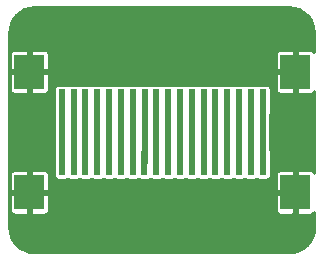
<source format=gbr>
%TF.GenerationSoftware,KiCad,Pcbnew,(5.1.12)-1*%
%TF.CreationDate,2022-01-29T13:47:59+00:00*%
%TF.ProjectId,RGBtoHDMI CDTV v2 - Mouse and Joystick Adapter - FFC Extender,52474274-6f48-4444-9d49-204344545620,rev?*%
%TF.SameCoordinates,Original*%
%TF.FileFunction,Copper,L1,Top*%
%TF.FilePolarity,Positive*%
%FSLAX46Y46*%
G04 Gerber Fmt 4.6, Leading zero omitted, Abs format (unit mm)*
G04 Created by KiCad (PCBNEW (5.1.12)-1) date 2022-01-29 13:47:59*
%MOMM*%
%LPD*%
G01*
G04 APERTURE LIST*
%TA.AperFunction,SMDPad,CuDef*%
%ADD10R,2.500000X3.000000*%
%TD*%
%TA.AperFunction,SMDPad,CuDef*%
%ADD11R,0.600000X2.000000*%
%TD*%
%TA.AperFunction,Conductor*%
%ADD12C,0.500000*%
%TD*%
%TA.AperFunction,Conductor*%
%ADD13C,0.254000*%
%TD*%
%TA.AperFunction,Conductor*%
%ADD14C,0.100000*%
%TD*%
G04 APERTURE END LIST*
D10*
%TO.P,FFC2,MP*%
%TO.N,GND*%
X146915800Y-70694000D03*
X169415800Y-70694000D03*
D11*
%TO.P,FFC2,18*%
%TO.N,Net-(FFC1-Pad1)*%
X166665800Y-68244000D03*
%TO.P,FFC2,17*%
%TO.N,Net-(FFC1-Pad2)*%
X165665800Y-68244000D03*
%TO.P,FFC2,16*%
%TO.N,Net-(FFC1-Pad3)*%
X164665800Y-68244000D03*
%TO.P,FFC2,15*%
%TO.N,Net-(FFC1-Pad4)*%
X163665800Y-68244000D03*
%TO.P,FFC2,14*%
%TO.N,Net-(FFC1-Pad5)*%
X162665800Y-68244000D03*
%TO.P,FFC2,13*%
%TO.N,Net-(FFC1-Pad6)*%
X161665800Y-68244000D03*
%TO.P,FFC2,12*%
%TO.N,Net-(FFC1-Pad7)*%
X160665800Y-68244000D03*
%TO.P,FFC2,11*%
%TO.N,Net-(FFC1-Pad8)*%
X159665800Y-68244000D03*
%TO.P,FFC2,10*%
%TO.N,Net-(FFC1-Pad9)*%
X158665800Y-68244000D03*
%TO.P,FFC2,9*%
%TO.N,Net-(FFC1-Pad10)*%
X157665800Y-68244000D03*
%TO.P,FFC2,8*%
%TO.N,Net-(FFC1-Pad11)*%
X156665800Y-68244000D03*
%TO.P,FFC2,7*%
%TO.N,Net-(FFC1-Pad12)*%
X155665800Y-68244000D03*
%TO.P,FFC2,6*%
%TO.N,Net-(FFC1-Pad13)*%
X154665800Y-68244000D03*
%TO.P,FFC2,5*%
%TO.N,Net-(FFC1-Pad14)*%
X153665800Y-68244000D03*
%TO.P,FFC2,4*%
%TO.N,Net-(FFC1-Pad15)*%
X152665800Y-68244000D03*
%TO.P,FFC2,3*%
%TO.N,Net-(FFC1-Pad16)*%
X151665800Y-68244000D03*
%TO.P,FFC2,2*%
%TO.N,Net-(FFC1-Pad17)*%
X150665800Y-68244000D03*
%TO.P,FFC2,1*%
%TO.N,Net-(FFC1-Pad18)*%
X149665800Y-68244000D03*
%TD*%
D10*
%TO.P,FFC1,MP*%
%TO.N,GND*%
X169419000Y-60497000D03*
X146919000Y-60497000D03*
D11*
%TO.P,FFC1,18*%
%TO.N,Net-(FFC1-Pad18)*%
X149669000Y-62947000D03*
%TO.P,FFC1,17*%
%TO.N,Net-(FFC1-Pad17)*%
X150669000Y-62947000D03*
%TO.P,FFC1,16*%
%TO.N,Net-(FFC1-Pad16)*%
X151669000Y-62947000D03*
%TO.P,FFC1,15*%
%TO.N,Net-(FFC1-Pad15)*%
X152669000Y-62947000D03*
%TO.P,FFC1,14*%
%TO.N,Net-(FFC1-Pad14)*%
X153669000Y-62947000D03*
%TO.P,FFC1,13*%
%TO.N,Net-(FFC1-Pad13)*%
X154669000Y-62947000D03*
%TO.P,FFC1,12*%
%TO.N,Net-(FFC1-Pad12)*%
X155669000Y-62947000D03*
%TO.P,FFC1,11*%
%TO.N,Net-(FFC1-Pad11)*%
X156669000Y-62947000D03*
%TO.P,FFC1,10*%
%TO.N,Net-(FFC1-Pad10)*%
X157669000Y-62947000D03*
%TO.P,FFC1,9*%
%TO.N,Net-(FFC1-Pad9)*%
X158669000Y-62947000D03*
%TO.P,FFC1,8*%
%TO.N,Net-(FFC1-Pad8)*%
X159669000Y-62947000D03*
%TO.P,FFC1,7*%
%TO.N,Net-(FFC1-Pad7)*%
X160669000Y-62947000D03*
%TO.P,FFC1,6*%
%TO.N,Net-(FFC1-Pad6)*%
X161669000Y-62947000D03*
%TO.P,FFC1,5*%
%TO.N,Net-(FFC1-Pad5)*%
X162669000Y-62947000D03*
%TO.P,FFC1,4*%
%TO.N,Net-(FFC1-Pad4)*%
X163669000Y-62947000D03*
%TO.P,FFC1,3*%
%TO.N,Net-(FFC1-Pad3)*%
X164669000Y-62947000D03*
%TO.P,FFC1,2*%
%TO.N,Net-(FFC1-Pad2)*%
X165669000Y-62947000D03*
%TO.P,FFC1,1*%
%TO.N,Net-(FFC1-Pad1)*%
X166669000Y-62947000D03*
%TD*%
D12*
%TO.N,Net-(FFC1-Pad18)*%
X149669000Y-68240800D02*
X149665800Y-68244000D01*
X149669000Y-62947000D02*
X149669000Y-68240800D01*
%TO.N,Net-(FFC1-Pad17)*%
X150669000Y-68240800D02*
X150665800Y-68244000D01*
X150669000Y-62947000D02*
X150669000Y-68240800D01*
%TO.N,Net-(FFC1-Pad16)*%
X151669000Y-68240800D02*
X151665800Y-68244000D01*
X151669000Y-62947000D02*
X151669000Y-68240800D01*
%TO.N,Net-(FFC1-Pad15)*%
X152669000Y-68240800D02*
X152665800Y-68244000D01*
X152669000Y-62947000D02*
X152669000Y-68240800D01*
%TO.N,Net-(FFC1-Pad14)*%
X153669000Y-68240800D02*
X153665800Y-68244000D01*
X153669000Y-62947000D02*
X153669000Y-68240800D01*
%TO.N,Net-(FFC1-Pad13)*%
X154669000Y-68240800D02*
X154665800Y-68244000D01*
X154669000Y-62947000D02*
X154669000Y-68240800D01*
%TO.N,Net-(FFC1-Pad12)*%
X155669000Y-68240800D02*
X155665800Y-68244000D01*
X155669000Y-62947000D02*
X155669000Y-68240800D01*
%TO.N,Net-(FFC1-Pad11)*%
X156669000Y-68240800D02*
X156665800Y-68244000D01*
X156669000Y-62947000D02*
X156669000Y-68240800D01*
%TO.N,Net-(FFC1-Pad10)*%
X157669000Y-68240800D02*
X157665800Y-68244000D01*
X157669000Y-62947000D02*
X157669000Y-68240800D01*
%TO.N,Net-(FFC1-Pad9)*%
X158669000Y-68240800D02*
X158665800Y-68244000D01*
X158669000Y-62947000D02*
X158669000Y-68240800D01*
%TO.N,Net-(FFC1-Pad8)*%
X159669000Y-68240800D02*
X159665800Y-68244000D01*
X159669000Y-62947000D02*
X159669000Y-68240800D01*
%TO.N,Net-(FFC1-Pad7)*%
X160669000Y-68240800D02*
X160665800Y-68244000D01*
X160669000Y-62947000D02*
X160669000Y-68240800D01*
%TO.N,Net-(FFC1-Pad6)*%
X161669000Y-68240800D02*
X161665800Y-68244000D01*
X161669000Y-62947000D02*
X161669000Y-68240800D01*
%TO.N,Net-(FFC1-Pad5)*%
X162669000Y-68240800D02*
X162665800Y-68244000D01*
X162669000Y-62947000D02*
X162669000Y-68240800D01*
%TO.N,Net-(FFC1-Pad4)*%
X163669000Y-68240800D02*
X163665800Y-68244000D01*
X163669000Y-62947000D02*
X163669000Y-68240800D01*
%TO.N,Net-(FFC1-Pad3)*%
X164669000Y-68240800D02*
X164665800Y-68244000D01*
X164669000Y-62947000D02*
X164669000Y-68240800D01*
%TO.N,Net-(FFC1-Pad2)*%
X165669000Y-68240800D02*
X165665800Y-68244000D01*
X165669000Y-62947000D02*
X165669000Y-68240800D01*
%TO.N,Net-(FFC1-Pad1)*%
X166669000Y-68240800D02*
X166665800Y-68244000D01*
X166669000Y-62947000D02*
X166669000Y-68240800D01*
%TD*%
D13*
%TO.N,GND*%
X169319238Y-55083193D02*
X169712893Y-55202044D01*
X170075957Y-55395089D01*
X170394615Y-55654979D01*
X170656728Y-55971820D01*
X170852303Y-56333528D01*
X170973899Y-56726343D01*
X171019000Y-57155446D01*
X171019000Y-58843568D01*
X170987322Y-58784304D01*
X170939711Y-58726289D01*
X170881696Y-58678678D01*
X170815508Y-58643299D01*
X170743689Y-58621513D01*
X170669000Y-58614157D01*
X169641250Y-58616000D01*
X169546000Y-58711250D01*
X169546000Y-60370000D01*
X169566000Y-60370000D01*
X169566000Y-60624000D01*
X169546000Y-60624000D01*
X169546000Y-62282750D01*
X169641250Y-62378000D01*
X170669000Y-62379843D01*
X170743689Y-62372487D01*
X170815508Y-62350701D01*
X170881696Y-62315322D01*
X170939711Y-62267711D01*
X170987322Y-62209696D01*
X171019000Y-62150431D01*
X171019001Y-69046556D01*
X170984122Y-68981304D01*
X170936511Y-68923289D01*
X170878496Y-68875678D01*
X170812308Y-68840299D01*
X170740489Y-68818513D01*
X170665800Y-68811157D01*
X169638050Y-68813000D01*
X169542800Y-68908250D01*
X169542800Y-70567000D01*
X169562800Y-70567000D01*
X169562800Y-70821000D01*
X169542800Y-70821000D01*
X169542800Y-72479750D01*
X169638050Y-72575000D01*
X170665800Y-72576843D01*
X170740489Y-72569487D01*
X170812308Y-72547701D01*
X170878496Y-72512322D01*
X170936511Y-72464711D01*
X170984122Y-72406696D01*
X171019001Y-72341444D01*
X171019001Y-73638911D01*
X170976807Y-74069237D01*
X170857957Y-74462889D01*
X170664911Y-74825957D01*
X170405018Y-75144617D01*
X170088183Y-75406726D01*
X169726472Y-75602303D01*
X169333658Y-75723899D01*
X168904554Y-75769000D01*
X147341079Y-75769000D01*
X146910763Y-75726807D01*
X146517111Y-75607957D01*
X146154043Y-75414911D01*
X145835383Y-75155018D01*
X145573274Y-74838183D01*
X145377697Y-74476472D01*
X145256101Y-74083658D01*
X145211000Y-73654554D01*
X145211000Y-72194000D01*
X145282957Y-72194000D01*
X145290313Y-72268689D01*
X145312099Y-72340508D01*
X145347478Y-72406696D01*
X145395089Y-72464711D01*
X145453104Y-72512322D01*
X145519292Y-72547701D01*
X145591111Y-72569487D01*
X145665800Y-72576843D01*
X146693550Y-72575000D01*
X146788800Y-72479750D01*
X146788800Y-70821000D01*
X147042800Y-70821000D01*
X147042800Y-72479750D01*
X147138050Y-72575000D01*
X148165800Y-72576843D01*
X148240489Y-72569487D01*
X148312308Y-72547701D01*
X148378496Y-72512322D01*
X148436511Y-72464711D01*
X148484122Y-72406696D01*
X148519501Y-72340508D01*
X148541287Y-72268689D01*
X148548643Y-72194000D01*
X167782957Y-72194000D01*
X167790313Y-72268689D01*
X167812099Y-72340508D01*
X167847478Y-72406696D01*
X167895089Y-72464711D01*
X167953104Y-72512322D01*
X168019292Y-72547701D01*
X168091111Y-72569487D01*
X168165800Y-72576843D01*
X169193550Y-72575000D01*
X169288800Y-72479750D01*
X169288800Y-70821000D01*
X167880050Y-70821000D01*
X167784800Y-70916250D01*
X167782957Y-72194000D01*
X148548643Y-72194000D01*
X148546800Y-70916250D01*
X148451550Y-70821000D01*
X147042800Y-70821000D01*
X146788800Y-70821000D01*
X145380050Y-70821000D01*
X145284800Y-70916250D01*
X145282957Y-72194000D01*
X145211000Y-72194000D01*
X145211000Y-69194000D01*
X145282957Y-69194000D01*
X145284800Y-70471750D01*
X145380050Y-70567000D01*
X146788800Y-70567000D01*
X146788800Y-68908250D01*
X147042800Y-68908250D01*
X147042800Y-70567000D01*
X148451550Y-70567000D01*
X148546800Y-70471750D01*
X148548643Y-69194000D01*
X148541287Y-69119311D01*
X148519501Y-69047492D01*
X148484122Y-68981304D01*
X148436511Y-68923289D01*
X148378496Y-68875678D01*
X148312308Y-68840299D01*
X148240489Y-68818513D01*
X148165800Y-68811157D01*
X147138050Y-68813000D01*
X147042800Y-68908250D01*
X146788800Y-68908250D01*
X146693550Y-68813000D01*
X145665800Y-68811157D01*
X145591111Y-68818513D01*
X145519292Y-68840299D01*
X145453104Y-68875678D01*
X145395089Y-68923289D01*
X145347478Y-68981304D01*
X145312099Y-69047492D01*
X145290313Y-69119311D01*
X145282957Y-69194000D01*
X145211000Y-69194000D01*
X145211000Y-67244000D01*
X148982957Y-67244000D01*
X148982957Y-69244000D01*
X148990313Y-69318689D01*
X149012099Y-69390508D01*
X149047478Y-69456696D01*
X149095089Y-69514711D01*
X149153104Y-69562322D01*
X149219292Y-69597701D01*
X149291111Y-69619487D01*
X149365800Y-69626843D01*
X149965800Y-69626843D01*
X150040489Y-69619487D01*
X150112308Y-69597701D01*
X150165800Y-69569108D01*
X150219292Y-69597701D01*
X150291111Y-69619487D01*
X150365800Y-69626843D01*
X150965800Y-69626843D01*
X151040489Y-69619487D01*
X151112308Y-69597701D01*
X151165800Y-69569108D01*
X151219292Y-69597701D01*
X151291111Y-69619487D01*
X151365800Y-69626843D01*
X151965800Y-69626843D01*
X152040489Y-69619487D01*
X152112308Y-69597701D01*
X152165800Y-69569108D01*
X152219292Y-69597701D01*
X152291111Y-69619487D01*
X152365800Y-69626843D01*
X152965800Y-69626843D01*
X153040489Y-69619487D01*
X153112308Y-69597701D01*
X153165800Y-69569108D01*
X153219292Y-69597701D01*
X153291111Y-69619487D01*
X153365800Y-69626843D01*
X153965800Y-69626843D01*
X154040489Y-69619487D01*
X154112308Y-69597701D01*
X154165800Y-69569108D01*
X154219292Y-69597701D01*
X154291111Y-69619487D01*
X154365800Y-69626843D01*
X154965800Y-69626843D01*
X155040489Y-69619487D01*
X155112308Y-69597701D01*
X155165800Y-69569108D01*
X155219292Y-69597701D01*
X155291111Y-69619487D01*
X155365800Y-69626843D01*
X155965800Y-69626843D01*
X156040489Y-69619487D01*
X156112308Y-69597701D01*
X156165800Y-69569108D01*
X156219292Y-69597701D01*
X156291111Y-69619487D01*
X156365800Y-69626843D01*
X156965800Y-69626843D01*
X157040489Y-69619487D01*
X157112308Y-69597701D01*
X157165800Y-69569108D01*
X157219292Y-69597701D01*
X157291111Y-69619487D01*
X157365800Y-69626843D01*
X157965800Y-69626843D01*
X158040489Y-69619487D01*
X158112308Y-69597701D01*
X158165800Y-69569108D01*
X158219292Y-69597701D01*
X158291111Y-69619487D01*
X158365800Y-69626843D01*
X158965800Y-69626843D01*
X159040489Y-69619487D01*
X159112308Y-69597701D01*
X159165800Y-69569108D01*
X159219292Y-69597701D01*
X159291111Y-69619487D01*
X159365800Y-69626843D01*
X159965800Y-69626843D01*
X160040489Y-69619487D01*
X160112308Y-69597701D01*
X160165800Y-69569108D01*
X160219292Y-69597701D01*
X160291111Y-69619487D01*
X160365800Y-69626843D01*
X160965800Y-69626843D01*
X161040489Y-69619487D01*
X161112308Y-69597701D01*
X161165800Y-69569108D01*
X161219292Y-69597701D01*
X161291111Y-69619487D01*
X161365800Y-69626843D01*
X161965800Y-69626843D01*
X162040489Y-69619487D01*
X162112308Y-69597701D01*
X162165800Y-69569108D01*
X162219292Y-69597701D01*
X162291111Y-69619487D01*
X162365800Y-69626843D01*
X162965800Y-69626843D01*
X163040489Y-69619487D01*
X163112308Y-69597701D01*
X163165800Y-69569108D01*
X163219292Y-69597701D01*
X163291111Y-69619487D01*
X163365800Y-69626843D01*
X163965800Y-69626843D01*
X164040489Y-69619487D01*
X164112308Y-69597701D01*
X164165800Y-69569108D01*
X164219292Y-69597701D01*
X164291111Y-69619487D01*
X164365800Y-69626843D01*
X164965800Y-69626843D01*
X165040489Y-69619487D01*
X165112308Y-69597701D01*
X165165800Y-69569108D01*
X165219292Y-69597701D01*
X165291111Y-69619487D01*
X165365800Y-69626843D01*
X165965800Y-69626843D01*
X166040489Y-69619487D01*
X166112308Y-69597701D01*
X166165800Y-69569108D01*
X166219292Y-69597701D01*
X166291111Y-69619487D01*
X166365800Y-69626843D01*
X166965800Y-69626843D01*
X167040489Y-69619487D01*
X167112308Y-69597701D01*
X167178496Y-69562322D01*
X167236511Y-69514711D01*
X167284122Y-69456696D01*
X167319501Y-69390508D01*
X167341287Y-69318689D01*
X167348643Y-69244000D01*
X167348643Y-69194000D01*
X167782957Y-69194000D01*
X167784800Y-70471750D01*
X167880050Y-70567000D01*
X169288800Y-70567000D01*
X169288800Y-68908250D01*
X169193550Y-68813000D01*
X168165800Y-68811157D01*
X168091111Y-68818513D01*
X168019292Y-68840299D01*
X167953104Y-68875678D01*
X167895089Y-68923289D01*
X167847478Y-68981304D01*
X167812099Y-69047492D01*
X167790313Y-69119311D01*
X167782957Y-69194000D01*
X167348643Y-69194000D01*
X167348643Y-67244000D01*
X167341287Y-67169311D01*
X167319501Y-67097492D01*
X167300000Y-67061009D01*
X167300000Y-64135978D01*
X167322701Y-64093508D01*
X167344487Y-64021689D01*
X167351843Y-63947000D01*
X167351843Y-61997000D01*
X167786157Y-61997000D01*
X167793513Y-62071689D01*
X167815299Y-62143508D01*
X167850678Y-62209696D01*
X167898289Y-62267711D01*
X167956304Y-62315322D01*
X168022492Y-62350701D01*
X168094311Y-62372487D01*
X168169000Y-62379843D01*
X169196750Y-62378000D01*
X169292000Y-62282750D01*
X169292000Y-60624000D01*
X167883250Y-60624000D01*
X167788000Y-60719250D01*
X167786157Y-61997000D01*
X167351843Y-61997000D01*
X167351843Y-61947000D01*
X167344487Y-61872311D01*
X167322701Y-61800492D01*
X167287322Y-61734304D01*
X167239711Y-61676289D01*
X167181696Y-61628678D01*
X167115508Y-61593299D01*
X167043689Y-61571513D01*
X166969000Y-61564157D01*
X166369000Y-61564157D01*
X166294311Y-61571513D01*
X166222492Y-61593299D01*
X166169000Y-61621892D01*
X166115508Y-61593299D01*
X166043689Y-61571513D01*
X165969000Y-61564157D01*
X165369000Y-61564157D01*
X165294311Y-61571513D01*
X165222492Y-61593299D01*
X165169000Y-61621892D01*
X165115508Y-61593299D01*
X165043689Y-61571513D01*
X164969000Y-61564157D01*
X164369000Y-61564157D01*
X164294311Y-61571513D01*
X164222492Y-61593299D01*
X164169000Y-61621892D01*
X164115508Y-61593299D01*
X164043689Y-61571513D01*
X163969000Y-61564157D01*
X163369000Y-61564157D01*
X163294311Y-61571513D01*
X163222492Y-61593299D01*
X163169000Y-61621892D01*
X163115508Y-61593299D01*
X163043689Y-61571513D01*
X162969000Y-61564157D01*
X162369000Y-61564157D01*
X162294311Y-61571513D01*
X162222492Y-61593299D01*
X162169000Y-61621892D01*
X162115508Y-61593299D01*
X162043689Y-61571513D01*
X161969000Y-61564157D01*
X161369000Y-61564157D01*
X161294311Y-61571513D01*
X161222492Y-61593299D01*
X161169000Y-61621892D01*
X161115508Y-61593299D01*
X161043689Y-61571513D01*
X160969000Y-61564157D01*
X160369000Y-61564157D01*
X160294311Y-61571513D01*
X160222492Y-61593299D01*
X160169000Y-61621892D01*
X160115508Y-61593299D01*
X160043689Y-61571513D01*
X159969000Y-61564157D01*
X159369000Y-61564157D01*
X159294311Y-61571513D01*
X159222492Y-61593299D01*
X159169000Y-61621892D01*
X159115508Y-61593299D01*
X159043689Y-61571513D01*
X158969000Y-61564157D01*
X158369000Y-61564157D01*
X158294311Y-61571513D01*
X158222492Y-61593299D01*
X158169000Y-61621892D01*
X158115508Y-61593299D01*
X158043689Y-61571513D01*
X157969000Y-61564157D01*
X157369000Y-61564157D01*
X157294311Y-61571513D01*
X157222492Y-61593299D01*
X157169000Y-61621892D01*
X157115508Y-61593299D01*
X157043689Y-61571513D01*
X156969000Y-61564157D01*
X156369000Y-61564157D01*
X156294311Y-61571513D01*
X156222492Y-61593299D01*
X156169000Y-61621892D01*
X156115508Y-61593299D01*
X156043689Y-61571513D01*
X155969000Y-61564157D01*
X155369000Y-61564157D01*
X155294311Y-61571513D01*
X155222492Y-61593299D01*
X155169000Y-61621892D01*
X155115508Y-61593299D01*
X155043689Y-61571513D01*
X154969000Y-61564157D01*
X154369000Y-61564157D01*
X154294311Y-61571513D01*
X154222492Y-61593299D01*
X154169000Y-61621892D01*
X154115508Y-61593299D01*
X154043689Y-61571513D01*
X153969000Y-61564157D01*
X153369000Y-61564157D01*
X153294311Y-61571513D01*
X153222492Y-61593299D01*
X153169000Y-61621892D01*
X153115508Y-61593299D01*
X153043689Y-61571513D01*
X152969000Y-61564157D01*
X152369000Y-61564157D01*
X152294311Y-61571513D01*
X152222492Y-61593299D01*
X152169000Y-61621892D01*
X152115508Y-61593299D01*
X152043689Y-61571513D01*
X151969000Y-61564157D01*
X151369000Y-61564157D01*
X151294311Y-61571513D01*
X151222492Y-61593299D01*
X151169000Y-61621892D01*
X151115508Y-61593299D01*
X151043689Y-61571513D01*
X150969000Y-61564157D01*
X150369000Y-61564157D01*
X150294311Y-61571513D01*
X150222492Y-61593299D01*
X150169000Y-61621892D01*
X150115508Y-61593299D01*
X150043689Y-61571513D01*
X149969000Y-61564157D01*
X149369000Y-61564157D01*
X149294311Y-61571513D01*
X149222492Y-61593299D01*
X149156304Y-61628678D01*
X149098289Y-61676289D01*
X149050678Y-61734304D01*
X149015299Y-61800492D01*
X148993513Y-61872311D01*
X148986157Y-61947000D01*
X148986157Y-63947000D01*
X148993513Y-64021689D01*
X149015299Y-64093508D01*
X149038000Y-64135978D01*
X149038001Y-67049034D01*
X149012099Y-67097492D01*
X148990313Y-67169311D01*
X148982957Y-67244000D01*
X145211000Y-67244000D01*
X145211000Y-61997000D01*
X145286157Y-61997000D01*
X145293513Y-62071689D01*
X145315299Y-62143508D01*
X145350678Y-62209696D01*
X145398289Y-62267711D01*
X145456304Y-62315322D01*
X145522492Y-62350701D01*
X145594311Y-62372487D01*
X145669000Y-62379843D01*
X146696750Y-62378000D01*
X146792000Y-62282750D01*
X146792000Y-60624000D01*
X147046000Y-60624000D01*
X147046000Y-62282750D01*
X147141250Y-62378000D01*
X148169000Y-62379843D01*
X148243689Y-62372487D01*
X148315508Y-62350701D01*
X148381696Y-62315322D01*
X148439711Y-62267711D01*
X148487322Y-62209696D01*
X148522701Y-62143508D01*
X148544487Y-62071689D01*
X148551843Y-61997000D01*
X148550000Y-60719250D01*
X148454750Y-60624000D01*
X147046000Y-60624000D01*
X146792000Y-60624000D01*
X145383250Y-60624000D01*
X145288000Y-60719250D01*
X145286157Y-61997000D01*
X145211000Y-61997000D01*
X145211000Y-58997000D01*
X145286157Y-58997000D01*
X145288000Y-60274750D01*
X145383250Y-60370000D01*
X146792000Y-60370000D01*
X146792000Y-58711250D01*
X147046000Y-58711250D01*
X147046000Y-60370000D01*
X148454750Y-60370000D01*
X148550000Y-60274750D01*
X148551843Y-58997000D01*
X167786157Y-58997000D01*
X167788000Y-60274750D01*
X167883250Y-60370000D01*
X169292000Y-60370000D01*
X169292000Y-58711250D01*
X169196750Y-58616000D01*
X168169000Y-58614157D01*
X168094311Y-58621513D01*
X168022492Y-58643299D01*
X167956304Y-58678678D01*
X167898289Y-58726289D01*
X167850678Y-58784304D01*
X167815299Y-58850492D01*
X167793513Y-58922311D01*
X167786157Y-58997000D01*
X148551843Y-58997000D01*
X148544487Y-58922311D01*
X148522701Y-58850492D01*
X148487322Y-58784304D01*
X148439711Y-58726289D01*
X148381696Y-58678678D01*
X148315508Y-58643299D01*
X148243689Y-58621513D01*
X148169000Y-58614157D01*
X147141250Y-58616000D01*
X147046000Y-58711250D01*
X146792000Y-58711250D01*
X146696750Y-58616000D01*
X145669000Y-58614157D01*
X145594311Y-58621513D01*
X145522492Y-58643299D01*
X145456304Y-58678678D01*
X145398289Y-58726289D01*
X145350678Y-58784304D01*
X145315299Y-58850492D01*
X145293513Y-58922311D01*
X145286157Y-58997000D01*
X145211000Y-58997000D01*
X145211000Y-57171079D01*
X145253193Y-56740762D01*
X145372044Y-56347107D01*
X145565089Y-55984043D01*
X145824979Y-55665385D01*
X146141820Y-55403272D01*
X146503528Y-55207697D01*
X146896343Y-55086101D01*
X147325446Y-55041000D01*
X168888921Y-55041000D01*
X169319238Y-55083193D01*
%TA.AperFunction,Conductor*%
D14*
G36*
X169319238Y-55083193D02*
G01*
X169712893Y-55202044D01*
X170075957Y-55395089D01*
X170394615Y-55654979D01*
X170656728Y-55971820D01*
X170852303Y-56333528D01*
X170973899Y-56726343D01*
X171019000Y-57155446D01*
X171019000Y-58843568D01*
X170987322Y-58784304D01*
X170939711Y-58726289D01*
X170881696Y-58678678D01*
X170815508Y-58643299D01*
X170743689Y-58621513D01*
X170669000Y-58614157D01*
X169641250Y-58616000D01*
X169546000Y-58711250D01*
X169546000Y-60370000D01*
X169566000Y-60370000D01*
X169566000Y-60624000D01*
X169546000Y-60624000D01*
X169546000Y-62282750D01*
X169641250Y-62378000D01*
X170669000Y-62379843D01*
X170743689Y-62372487D01*
X170815508Y-62350701D01*
X170881696Y-62315322D01*
X170939711Y-62267711D01*
X170987322Y-62209696D01*
X171019000Y-62150431D01*
X171019001Y-69046556D01*
X170984122Y-68981304D01*
X170936511Y-68923289D01*
X170878496Y-68875678D01*
X170812308Y-68840299D01*
X170740489Y-68818513D01*
X170665800Y-68811157D01*
X169638050Y-68813000D01*
X169542800Y-68908250D01*
X169542800Y-70567000D01*
X169562800Y-70567000D01*
X169562800Y-70821000D01*
X169542800Y-70821000D01*
X169542800Y-72479750D01*
X169638050Y-72575000D01*
X170665800Y-72576843D01*
X170740489Y-72569487D01*
X170812308Y-72547701D01*
X170878496Y-72512322D01*
X170936511Y-72464711D01*
X170984122Y-72406696D01*
X171019001Y-72341444D01*
X171019001Y-73638911D01*
X170976807Y-74069237D01*
X170857957Y-74462889D01*
X170664911Y-74825957D01*
X170405018Y-75144617D01*
X170088183Y-75406726D01*
X169726472Y-75602303D01*
X169333658Y-75723899D01*
X168904554Y-75769000D01*
X147341079Y-75769000D01*
X146910763Y-75726807D01*
X146517111Y-75607957D01*
X146154043Y-75414911D01*
X145835383Y-75155018D01*
X145573274Y-74838183D01*
X145377697Y-74476472D01*
X145256101Y-74083658D01*
X145211000Y-73654554D01*
X145211000Y-72194000D01*
X145282957Y-72194000D01*
X145290313Y-72268689D01*
X145312099Y-72340508D01*
X145347478Y-72406696D01*
X145395089Y-72464711D01*
X145453104Y-72512322D01*
X145519292Y-72547701D01*
X145591111Y-72569487D01*
X145665800Y-72576843D01*
X146693550Y-72575000D01*
X146788800Y-72479750D01*
X146788800Y-70821000D01*
X147042800Y-70821000D01*
X147042800Y-72479750D01*
X147138050Y-72575000D01*
X148165800Y-72576843D01*
X148240489Y-72569487D01*
X148312308Y-72547701D01*
X148378496Y-72512322D01*
X148436511Y-72464711D01*
X148484122Y-72406696D01*
X148519501Y-72340508D01*
X148541287Y-72268689D01*
X148548643Y-72194000D01*
X167782957Y-72194000D01*
X167790313Y-72268689D01*
X167812099Y-72340508D01*
X167847478Y-72406696D01*
X167895089Y-72464711D01*
X167953104Y-72512322D01*
X168019292Y-72547701D01*
X168091111Y-72569487D01*
X168165800Y-72576843D01*
X169193550Y-72575000D01*
X169288800Y-72479750D01*
X169288800Y-70821000D01*
X167880050Y-70821000D01*
X167784800Y-70916250D01*
X167782957Y-72194000D01*
X148548643Y-72194000D01*
X148546800Y-70916250D01*
X148451550Y-70821000D01*
X147042800Y-70821000D01*
X146788800Y-70821000D01*
X145380050Y-70821000D01*
X145284800Y-70916250D01*
X145282957Y-72194000D01*
X145211000Y-72194000D01*
X145211000Y-69194000D01*
X145282957Y-69194000D01*
X145284800Y-70471750D01*
X145380050Y-70567000D01*
X146788800Y-70567000D01*
X146788800Y-68908250D01*
X147042800Y-68908250D01*
X147042800Y-70567000D01*
X148451550Y-70567000D01*
X148546800Y-70471750D01*
X148548643Y-69194000D01*
X148541287Y-69119311D01*
X148519501Y-69047492D01*
X148484122Y-68981304D01*
X148436511Y-68923289D01*
X148378496Y-68875678D01*
X148312308Y-68840299D01*
X148240489Y-68818513D01*
X148165800Y-68811157D01*
X147138050Y-68813000D01*
X147042800Y-68908250D01*
X146788800Y-68908250D01*
X146693550Y-68813000D01*
X145665800Y-68811157D01*
X145591111Y-68818513D01*
X145519292Y-68840299D01*
X145453104Y-68875678D01*
X145395089Y-68923289D01*
X145347478Y-68981304D01*
X145312099Y-69047492D01*
X145290313Y-69119311D01*
X145282957Y-69194000D01*
X145211000Y-69194000D01*
X145211000Y-67244000D01*
X148982957Y-67244000D01*
X148982957Y-69244000D01*
X148990313Y-69318689D01*
X149012099Y-69390508D01*
X149047478Y-69456696D01*
X149095089Y-69514711D01*
X149153104Y-69562322D01*
X149219292Y-69597701D01*
X149291111Y-69619487D01*
X149365800Y-69626843D01*
X149965800Y-69626843D01*
X150040489Y-69619487D01*
X150112308Y-69597701D01*
X150165800Y-69569108D01*
X150219292Y-69597701D01*
X150291111Y-69619487D01*
X150365800Y-69626843D01*
X150965800Y-69626843D01*
X151040489Y-69619487D01*
X151112308Y-69597701D01*
X151165800Y-69569108D01*
X151219292Y-69597701D01*
X151291111Y-69619487D01*
X151365800Y-69626843D01*
X151965800Y-69626843D01*
X152040489Y-69619487D01*
X152112308Y-69597701D01*
X152165800Y-69569108D01*
X152219292Y-69597701D01*
X152291111Y-69619487D01*
X152365800Y-69626843D01*
X152965800Y-69626843D01*
X153040489Y-69619487D01*
X153112308Y-69597701D01*
X153165800Y-69569108D01*
X153219292Y-69597701D01*
X153291111Y-69619487D01*
X153365800Y-69626843D01*
X153965800Y-69626843D01*
X154040489Y-69619487D01*
X154112308Y-69597701D01*
X154165800Y-69569108D01*
X154219292Y-69597701D01*
X154291111Y-69619487D01*
X154365800Y-69626843D01*
X154965800Y-69626843D01*
X155040489Y-69619487D01*
X155112308Y-69597701D01*
X155165800Y-69569108D01*
X155219292Y-69597701D01*
X155291111Y-69619487D01*
X155365800Y-69626843D01*
X155965800Y-69626843D01*
X156040489Y-69619487D01*
X156112308Y-69597701D01*
X156165800Y-69569108D01*
X156219292Y-69597701D01*
X156291111Y-69619487D01*
X156365800Y-69626843D01*
X156965800Y-69626843D01*
X157040489Y-69619487D01*
X157112308Y-69597701D01*
X157165800Y-69569108D01*
X157219292Y-69597701D01*
X157291111Y-69619487D01*
X157365800Y-69626843D01*
X157965800Y-69626843D01*
X158040489Y-69619487D01*
X158112308Y-69597701D01*
X158165800Y-69569108D01*
X158219292Y-69597701D01*
X158291111Y-69619487D01*
X158365800Y-69626843D01*
X158965800Y-69626843D01*
X159040489Y-69619487D01*
X159112308Y-69597701D01*
X159165800Y-69569108D01*
X159219292Y-69597701D01*
X159291111Y-69619487D01*
X159365800Y-69626843D01*
X159965800Y-69626843D01*
X160040489Y-69619487D01*
X160112308Y-69597701D01*
X160165800Y-69569108D01*
X160219292Y-69597701D01*
X160291111Y-69619487D01*
X160365800Y-69626843D01*
X160965800Y-69626843D01*
X161040489Y-69619487D01*
X161112308Y-69597701D01*
X161165800Y-69569108D01*
X161219292Y-69597701D01*
X161291111Y-69619487D01*
X161365800Y-69626843D01*
X161965800Y-69626843D01*
X162040489Y-69619487D01*
X162112308Y-69597701D01*
X162165800Y-69569108D01*
X162219292Y-69597701D01*
X162291111Y-69619487D01*
X162365800Y-69626843D01*
X162965800Y-69626843D01*
X163040489Y-69619487D01*
X163112308Y-69597701D01*
X163165800Y-69569108D01*
X163219292Y-69597701D01*
X163291111Y-69619487D01*
X163365800Y-69626843D01*
X163965800Y-69626843D01*
X164040489Y-69619487D01*
X164112308Y-69597701D01*
X164165800Y-69569108D01*
X164219292Y-69597701D01*
X164291111Y-69619487D01*
X164365800Y-69626843D01*
X164965800Y-69626843D01*
X165040489Y-69619487D01*
X165112308Y-69597701D01*
X165165800Y-69569108D01*
X165219292Y-69597701D01*
X165291111Y-69619487D01*
X165365800Y-69626843D01*
X165965800Y-69626843D01*
X166040489Y-69619487D01*
X166112308Y-69597701D01*
X166165800Y-69569108D01*
X166219292Y-69597701D01*
X166291111Y-69619487D01*
X166365800Y-69626843D01*
X166965800Y-69626843D01*
X167040489Y-69619487D01*
X167112308Y-69597701D01*
X167178496Y-69562322D01*
X167236511Y-69514711D01*
X167284122Y-69456696D01*
X167319501Y-69390508D01*
X167341287Y-69318689D01*
X167348643Y-69244000D01*
X167348643Y-69194000D01*
X167782957Y-69194000D01*
X167784800Y-70471750D01*
X167880050Y-70567000D01*
X169288800Y-70567000D01*
X169288800Y-68908250D01*
X169193550Y-68813000D01*
X168165800Y-68811157D01*
X168091111Y-68818513D01*
X168019292Y-68840299D01*
X167953104Y-68875678D01*
X167895089Y-68923289D01*
X167847478Y-68981304D01*
X167812099Y-69047492D01*
X167790313Y-69119311D01*
X167782957Y-69194000D01*
X167348643Y-69194000D01*
X167348643Y-67244000D01*
X167341287Y-67169311D01*
X167319501Y-67097492D01*
X167300000Y-67061009D01*
X167300000Y-64135978D01*
X167322701Y-64093508D01*
X167344487Y-64021689D01*
X167351843Y-63947000D01*
X167351843Y-61997000D01*
X167786157Y-61997000D01*
X167793513Y-62071689D01*
X167815299Y-62143508D01*
X167850678Y-62209696D01*
X167898289Y-62267711D01*
X167956304Y-62315322D01*
X168022492Y-62350701D01*
X168094311Y-62372487D01*
X168169000Y-62379843D01*
X169196750Y-62378000D01*
X169292000Y-62282750D01*
X169292000Y-60624000D01*
X167883250Y-60624000D01*
X167788000Y-60719250D01*
X167786157Y-61997000D01*
X167351843Y-61997000D01*
X167351843Y-61947000D01*
X167344487Y-61872311D01*
X167322701Y-61800492D01*
X167287322Y-61734304D01*
X167239711Y-61676289D01*
X167181696Y-61628678D01*
X167115508Y-61593299D01*
X167043689Y-61571513D01*
X166969000Y-61564157D01*
X166369000Y-61564157D01*
X166294311Y-61571513D01*
X166222492Y-61593299D01*
X166169000Y-61621892D01*
X166115508Y-61593299D01*
X166043689Y-61571513D01*
X165969000Y-61564157D01*
X165369000Y-61564157D01*
X165294311Y-61571513D01*
X165222492Y-61593299D01*
X165169000Y-61621892D01*
X165115508Y-61593299D01*
X165043689Y-61571513D01*
X164969000Y-61564157D01*
X164369000Y-61564157D01*
X164294311Y-61571513D01*
X164222492Y-61593299D01*
X164169000Y-61621892D01*
X164115508Y-61593299D01*
X164043689Y-61571513D01*
X163969000Y-61564157D01*
X163369000Y-61564157D01*
X163294311Y-61571513D01*
X163222492Y-61593299D01*
X163169000Y-61621892D01*
X163115508Y-61593299D01*
X163043689Y-61571513D01*
X162969000Y-61564157D01*
X162369000Y-61564157D01*
X162294311Y-61571513D01*
X162222492Y-61593299D01*
X162169000Y-61621892D01*
X162115508Y-61593299D01*
X162043689Y-61571513D01*
X161969000Y-61564157D01*
X161369000Y-61564157D01*
X161294311Y-61571513D01*
X161222492Y-61593299D01*
X161169000Y-61621892D01*
X161115508Y-61593299D01*
X161043689Y-61571513D01*
X160969000Y-61564157D01*
X160369000Y-61564157D01*
X160294311Y-61571513D01*
X160222492Y-61593299D01*
X160169000Y-61621892D01*
X160115508Y-61593299D01*
X160043689Y-61571513D01*
X159969000Y-61564157D01*
X159369000Y-61564157D01*
X159294311Y-61571513D01*
X159222492Y-61593299D01*
X159169000Y-61621892D01*
X159115508Y-61593299D01*
X159043689Y-61571513D01*
X158969000Y-61564157D01*
X158369000Y-61564157D01*
X158294311Y-61571513D01*
X158222492Y-61593299D01*
X158169000Y-61621892D01*
X158115508Y-61593299D01*
X158043689Y-61571513D01*
X157969000Y-61564157D01*
X157369000Y-61564157D01*
X157294311Y-61571513D01*
X157222492Y-61593299D01*
X157169000Y-61621892D01*
X157115508Y-61593299D01*
X157043689Y-61571513D01*
X156969000Y-61564157D01*
X156369000Y-61564157D01*
X156294311Y-61571513D01*
X156222492Y-61593299D01*
X156169000Y-61621892D01*
X156115508Y-61593299D01*
X156043689Y-61571513D01*
X155969000Y-61564157D01*
X155369000Y-61564157D01*
X155294311Y-61571513D01*
X155222492Y-61593299D01*
X155169000Y-61621892D01*
X155115508Y-61593299D01*
X155043689Y-61571513D01*
X154969000Y-61564157D01*
X154369000Y-61564157D01*
X154294311Y-61571513D01*
X154222492Y-61593299D01*
X154169000Y-61621892D01*
X154115508Y-61593299D01*
X154043689Y-61571513D01*
X153969000Y-61564157D01*
X153369000Y-61564157D01*
X153294311Y-61571513D01*
X153222492Y-61593299D01*
X153169000Y-61621892D01*
X153115508Y-61593299D01*
X153043689Y-61571513D01*
X152969000Y-61564157D01*
X152369000Y-61564157D01*
X152294311Y-61571513D01*
X152222492Y-61593299D01*
X152169000Y-61621892D01*
X152115508Y-61593299D01*
X152043689Y-61571513D01*
X151969000Y-61564157D01*
X151369000Y-61564157D01*
X151294311Y-61571513D01*
X151222492Y-61593299D01*
X151169000Y-61621892D01*
X151115508Y-61593299D01*
X151043689Y-61571513D01*
X150969000Y-61564157D01*
X150369000Y-61564157D01*
X150294311Y-61571513D01*
X150222492Y-61593299D01*
X150169000Y-61621892D01*
X150115508Y-61593299D01*
X150043689Y-61571513D01*
X149969000Y-61564157D01*
X149369000Y-61564157D01*
X149294311Y-61571513D01*
X149222492Y-61593299D01*
X149156304Y-61628678D01*
X149098289Y-61676289D01*
X149050678Y-61734304D01*
X149015299Y-61800492D01*
X148993513Y-61872311D01*
X148986157Y-61947000D01*
X148986157Y-63947000D01*
X148993513Y-64021689D01*
X149015299Y-64093508D01*
X149038000Y-64135978D01*
X149038001Y-67049034D01*
X149012099Y-67097492D01*
X148990313Y-67169311D01*
X148982957Y-67244000D01*
X145211000Y-67244000D01*
X145211000Y-61997000D01*
X145286157Y-61997000D01*
X145293513Y-62071689D01*
X145315299Y-62143508D01*
X145350678Y-62209696D01*
X145398289Y-62267711D01*
X145456304Y-62315322D01*
X145522492Y-62350701D01*
X145594311Y-62372487D01*
X145669000Y-62379843D01*
X146696750Y-62378000D01*
X146792000Y-62282750D01*
X146792000Y-60624000D01*
X147046000Y-60624000D01*
X147046000Y-62282750D01*
X147141250Y-62378000D01*
X148169000Y-62379843D01*
X148243689Y-62372487D01*
X148315508Y-62350701D01*
X148381696Y-62315322D01*
X148439711Y-62267711D01*
X148487322Y-62209696D01*
X148522701Y-62143508D01*
X148544487Y-62071689D01*
X148551843Y-61997000D01*
X148550000Y-60719250D01*
X148454750Y-60624000D01*
X147046000Y-60624000D01*
X146792000Y-60624000D01*
X145383250Y-60624000D01*
X145288000Y-60719250D01*
X145286157Y-61997000D01*
X145211000Y-61997000D01*
X145211000Y-58997000D01*
X145286157Y-58997000D01*
X145288000Y-60274750D01*
X145383250Y-60370000D01*
X146792000Y-60370000D01*
X146792000Y-58711250D01*
X147046000Y-58711250D01*
X147046000Y-60370000D01*
X148454750Y-60370000D01*
X148550000Y-60274750D01*
X148551843Y-58997000D01*
X167786157Y-58997000D01*
X167788000Y-60274750D01*
X167883250Y-60370000D01*
X169292000Y-60370000D01*
X169292000Y-58711250D01*
X169196750Y-58616000D01*
X168169000Y-58614157D01*
X168094311Y-58621513D01*
X168022492Y-58643299D01*
X167956304Y-58678678D01*
X167898289Y-58726289D01*
X167850678Y-58784304D01*
X167815299Y-58850492D01*
X167793513Y-58922311D01*
X167786157Y-58997000D01*
X148551843Y-58997000D01*
X148544487Y-58922311D01*
X148522701Y-58850492D01*
X148487322Y-58784304D01*
X148439711Y-58726289D01*
X148381696Y-58678678D01*
X148315508Y-58643299D01*
X148243689Y-58621513D01*
X148169000Y-58614157D01*
X147141250Y-58616000D01*
X147046000Y-58711250D01*
X146792000Y-58711250D01*
X146696750Y-58616000D01*
X145669000Y-58614157D01*
X145594311Y-58621513D01*
X145522492Y-58643299D01*
X145456304Y-58678678D01*
X145398289Y-58726289D01*
X145350678Y-58784304D01*
X145315299Y-58850492D01*
X145293513Y-58922311D01*
X145286157Y-58997000D01*
X145211000Y-58997000D01*
X145211000Y-57171079D01*
X145253193Y-56740762D01*
X145372044Y-56347107D01*
X145565089Y-55984043D01*
X145824979Y-55665385D01*
X146141820Y-55403272D01*
X146503528Y-55207697D01*
X146896343Y-55086101D01*
X147325446Y-55041000D01*
X168888921Y-55041000D01*
X169319238Y-55083193D01*
G37*
%TD.AperFunction*%
%TD*%
M02*

</source>
